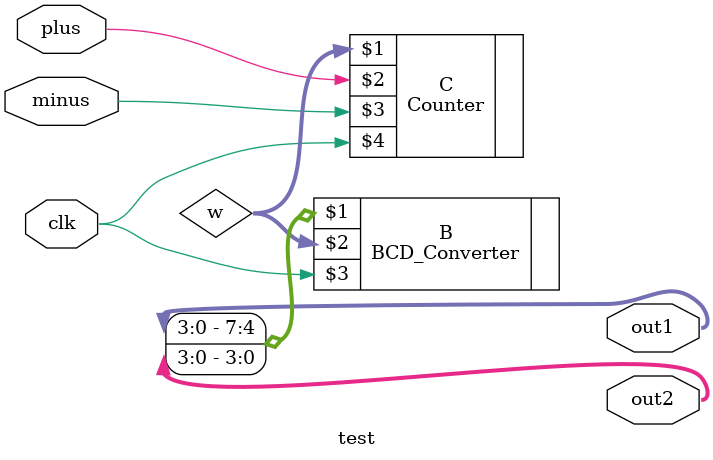
<source format=v>
`timescale 1ns / 1ps
module test(output [3:0] out1, output[3:0] out2, input plus, input minus, input clk);
	wire [6:0] w;
	Counter C(w,plus,minus,clk);
	BCD_Converter B({out1,out2},w,clk);

endmodule

</source>
